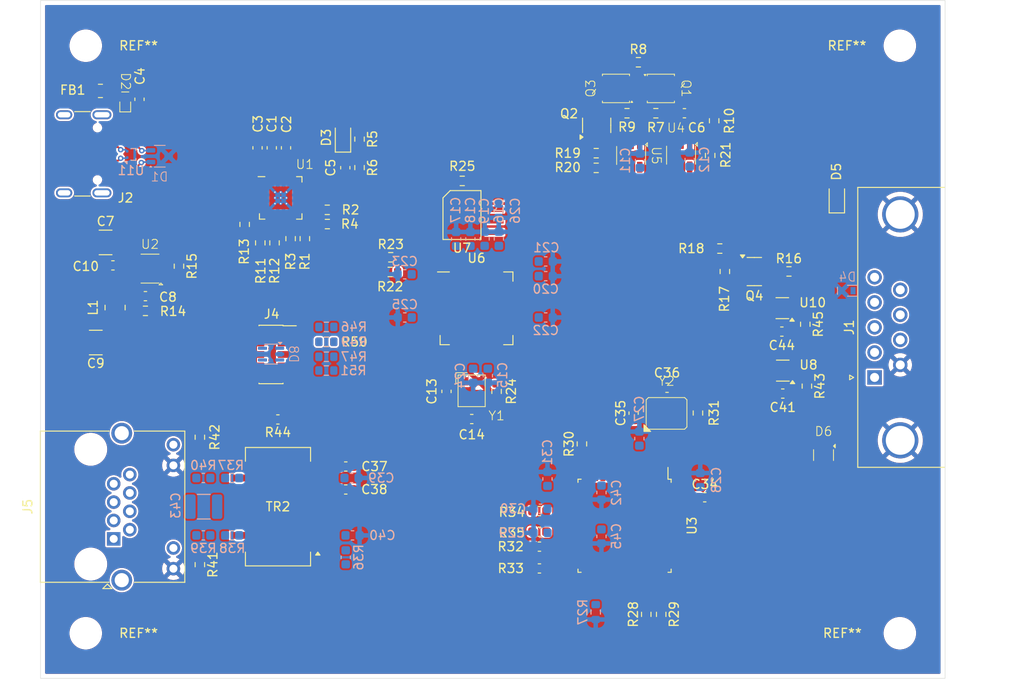
<source format=kicad_pcb>
(kicad_pcb
	(version 20241229)
	(generator "pcbnew")
	(generator_version "9.0")
	(general
		(thickness 1.6)
		(legacy_teardrops no)
	)
	(paper "A4")
	(layers
		(0 "F.Cu" signal)
		(2 "B.Cu" signal)
		(9 "F.Adhes" user "F.Adhesive")
		(11 "B.Adhes" user "B.Adhesive")
		(13 "F.Paste" user)
		(15 "B.Paste" user)
		(5 "F.SilkS" user "F.Silkscreen")
		(7 "B.SilkS" user "B.Silkscreen")
		(1 "F.Mask" user)
		(3 "B.Mask" user)
		(17 "Dwgs.User" user "User.Drawings")
		(19 "Cmts.User" user "User.Comments")
		(21 "Eco1.User" user "User.Eco1")
		(23 "Eco2.User" user "User.Eco2")
		(25 "Edge.Cuts" user)
		(27 "Margin" user)
		(31 "F.CrtYd" user "F.Courtyard")
		(29 "B.CrtYd" user "B.Courtyard")
		(35 "F.Fab" user)
		(33 "B.Fab" user)
		(39 "User.1" user)
		(41 "User.2" user)
		(43 "User.3" user)
		(45 "User.4" user)
	)
	(setup
		(pad_to_mask_clearance 0)
		(allow_soldermask_bridges_in_footprints no)
		(tenting front back)
		(pcbplotparams
			(layerselection 0x00000000_00000000_55555555_5755f5ff)
			(plot_on_all_layers_selection 0x00000000_00000000_00000000_00000000)
			(disableapertmacros no)
			(usegerberextensions no)
			(usegerberattributes yes)
			(usegerberadvancedattributes yes)
			(creategerberjobfile yes)
			(dashed_line_dash_ratio 12.000000)
			(dashed_line_gap_ratio 3.000000)
			(svgprecision 4)
			(plotframeref no)
			(mode 1)
			(useauxorigin no)
			(hpglpennumber 1)
			(hpglpenspeed 20)
			(hpglpendiameter 15.000000)
			(pdf_front_fp_property_popups yes)
			(pdf_back_fp_property_popups yes)
			(pdf_metadata yes)
			(pdf_single_document no)
			(dxfpolygonmode yes)
			(dxfimperialunits yes)
			(dxfusepcbnewfont yes)
			(psnegative no)
			(psa4output no)
			(plot_black_and_white yes)
			(sketchpadsonfab no)
			(plotpadnumbers no)
			(hidednponfab no)
			(sketchdnponfab yes)
			(crossoutdnponfab yes)
			(subtractmaskfromsilk no)
			(outputformat 1)
			(mirror no)
			(drillshape 1)
			(scaleselection 1)
			(outputdirectory "")
		)
	)
	(net 0 "")
	(net 1 "/Power/2v7")
	(net 2 "GND")
	(net 3 "Net-(U1-VREG_1V2)")
	(net 4 "Net-(U1-VDD)")
	(net 5 "/Power/Vbus")
	(net 6 "Net-(D3-K)")
	(net 7 "Net-(C6-Pad1)")
	(net 8 "+VDC")
	(net 9 "Net-(U2-CB)")
	(net 10 "Net-(U2-SW)")
	(net 11 "+3V3")
	(net 12 "Net-(U6-Xin)")
	(net 13 "Net-(C14-Pad2)")
	(net 14 "+1V1")
	(net 15 "Net-(U3-Vcap)")
	(net 16 "Net-(U3-OSC1)")
	(net 17 "Net-(C36-Pad1)")
	(net 18 "MAG_IN+")
	(net 19 "TPIN+")
	(net 20 "MAG_IN-")
	(net 21 "TPIN-")
	(net 22 "MAG_IN_Center")
	(net 23 "MAG_OUT_Center")
	(net 24 "Net-(C43-Pad2)")
	(net 25 "GNDPWR")
	(net 26 "/Power/CC2")
	(net 27 "/Power/CC1")
	(net 28 "Net-(D5-K)")
	(net 29 "DATA_LED")
	(net 30 "sense_2_proc")
	(net 31 "sense_1_proc")
	(net 32 "CLK_LED")
	(net 33 "/P3")
	(net 34 "/P4")
	(net 35 "/P2")
	(net 36 "/P1")
	(net 37 "Net-(J2-SHIELD)")
	(net 38 "Net-(U11-D+)")
	(net 39 "Net-(U11-D-)")
	(net 40 "RX+")
	(net 41 "TX-")
	(net 42 "Net-(J5-Pad10)")
	(net 43 "Net-(J5-Pad7)")
	(net 44 "Net-(J5-Pad4)")
	(net 45 "RX-")
	(net 46 "Net-(J5-Pad12)")
	(net 47 "TX+")
	(net 48 "Net-(Q1-Pad4)")
	(net 49 "Net-(Q2-G)")
	(net 50 "Net-(Q2-D)")
	(net 51 "Net-(Q4-D)")
	(net 52 "Net-(Q4-G)")
	(net 53 "Net-(U1-ADDR0)")
	(net 54 "Net-(U1-ADDR1)")
	(net 55 "Net-(U1-VBUS_VS_DISCH)")
	(net 56 "/Power/DISCH")
	(net 57 "SCL")
	(net 58 "SDA")
	(net 59 "RESET")
	(net 60 "Net-(U2-FB)")
	(net 61 "Discharge")
	(net 62 "Net-(R20-Pad2)")
	(net 63 "Net-(U1-VBUS_EN_SNK)")
	(net 64 "D-")
	(net 65 "D+")
	(net 66 "Net-(U6-Xout)")
	(net 67 "Net-(U6-QSPI_SS_N)")
	(net 68 "~{INT}")
	(net 69 "Net-(U3-PSPCFG0)")
	(net 70 "Net-(U3-Rbias)")
	(net 71 "Net-(U3-OSC2)")
	(net 72 "MAG_OUT+")
	(net 73 "MAG_OUT-")
	(net 74 "Net-(TR2-C_RX)")
	(net 75 "Net-(TR2-C_TX)")
	(net 76 "LED_B")
	(net 77 "LED_A")
	(net 78 "Net-(U6-SWCLK)")
	(net 79 "unconnected-(U1-POWER_OK3-Pad14)")
	(net 80 "unconnected-(U1-A_B_SIDE-Pad17)")
	(net 81 "unconnected-(U1-POWER_OK2-Pad20)")
	(net 82 "ALERT")
	(net 83 "unconnected-(U1-NC-Pad3)")
	(net 84 "unconnected-(U1-Attach-Pad11)")
	(net 85 "unconnected-(U1-GPIO-Pad15)")
	(net 86 "Net-(U3-SI{slash}RD{slash}R~{W})")
	(net 87 "Net-(U3-AD3)")
	(net 88 "Net-(U3-AD12)")
	(net 89 "Net-(U3-AD14)")
	(net 90 "Net-(U3-AD10)")
	(net 91 "Net-(U3-~{CS}{slash}CS)")
	(net 92 "Net-(U3-SO{slash}WR{slash}EN)")
	(net 93 "Net-(U3-AD5)")
	(net 94 "Net-(U3-AD9)")
	(net 95 "Net-(U3-AD4)")
	(net 96 "unconnected-(U3-CLKOUT-Pad23)")
	(net 97 "Net-(U3-SCK{slash}AL)")
	(net 98 "Net-(U3-AD2)")
	(net 99 "Net-(U3-AD11)")
	(net 100 "Net-(U3-AD8)")
	(net 101 "Net-(U3-AD13)")
	(net 102 "Net-(U3-AD1)")
	(net 103 "Net-(U3-AD0)")
	(net 104 "Net-(U3-AD6)")
	(net 105 "Net-(U3-AD7)")
	(net 106 "Net-(U4-Pad4)")
	(net 107 "Enable")
	(net 108 "Net-(U6-QSPI_SD2)")
	(net 109 "Net-(U6-QSPI_SD1)")
	(net 110 "MEAS_1")
	(net 111 "MEAS_2")
	(net 112 "Net-(U6-QSPI_SD3)")
	(net 113 "Net-(U6-QSPI_SCLK)")
	(net 114 "Net-(U6-QSPI_SD0)")
	(footprint "Resistor_SMD:R_0603_1608Metric" (layer "F.Cu") (at 114.5662 87.7702 -90))
	(footprint "Capacitor_SMD:C_0603_1608Metric" (layer "F.Cu") (at 161.2632 105.8422 180))
	(footprint "Resistor_SMD:R_0603_1608Metric" (layer "F.Cu") (at 116.2934 89.8144 90))
	(footprint "Capacitor_SMD:C_1210_3225Metric" (layer "F.Cu") (at 98.1072 100.8384 180))
	(footprint "Capacitor_SMD:C_0603_1608Metric" (layer "F.Cu") (at 147.1538 123.4186 180))
	(footprint "Package_TO_SOT_SMD:SOT-23-3" (layer "F.Cu") (at 170.9123 92.987))
	(footprint "Pyllr_Package_DFN_QFN:QFN-56_1EP_7.75x7.75mm_P0.4mm_3.2x3.2mm" (layer "F.Cu") (at 140.2 97.0549))
	(footprint "Resistor_SMD:R_0603_1608Metric" (layer "F.Cu") (at 127.2662 81.484 -90))
	(footprint "Capacitor_SMD:C_0603_1608Metric" (layer "F.Cu") (at 139.6728 109.3035))
	(footprint "Capacitor_SMD:C_0603_1608Metric" (layer "F.Cu") (at 136.8788 106.2425 90))
	(footprint "Capacitor_SMD:C_0603_1608Metric" (layer "F.Cu") (at 125.7442 114.5544 180))
	(footprint "Resistor_SMD:R_0603_1608Metric" (layer "F.Cu") (at 167.6549 92.9806 -90))
	(footprint "Pyllr_Package_Crystal:CFPX-180" (layer "F.Cu") (at 161.2072 108.6752))
	(footprint "Resistor_SMD:R_0603_1608Metric" (layer "F.Cu") (at 156.8348 75.468))
	(footprint "Package_TO_SOT_SMD:SOT-23-3" (layer "F.Cu") (at 153.482 76.8087 90))
	(footprint "Resistor_SMD:R_0603_1608Metric" (layer "F.Cu") (at 158.0926 69.8292))
	(footprint "Connector_Dsub:DSUB-9_Pins_Horizontal_P2.77x2.84mm_EdgePinOffset4.94mm_Housed_MountingHolesOffset4.94mm" (layer "F.Cu") (at 184.2068 104.6988 90))
	(footprint "Pyllr_Package_SO:SOIC-8_5.28x5.28mm_P1.27mm" (layer "F.Cu") (at 138.5913 86.7329))
	(footprint "Capacitor_SMD:C_0603_1608Metric" (layer "F.Cu") (at 117.5634 79.2988 90))
	(footprint "Package_TO_SOT_SMD:SOT-353_SC-70-5" (layer "F.Cu") (at 174.0572 103.9446 180))
	(footprint "Resistor_SMD:R_0603_1608Metric" (layer "F.Cu") (at 103.5954 97.3332))
	(footprint "Capacitor_SMD:C_0603_1608Metric" (layer "F.Cu") (at 147.1538 125.8316))
	(footprint "Capacitor_SMD:C_0603_1608Metric" (layer "F.Cu") (at 147.1408 119.4816 180))
	(footprint "Capacitor_SMD:C_0603_1608Metric" (layer "F.Cu") (at 174.0572 106.4846))
	(footprint "Capacitor_SMD:C_0603_1608Metric" (layer "F.Cu") (at 157.5672 108.6492 90))
	(footprint "Package_TO_SOT_SMD:SOT-353_SC-70-5" (layer "F.Cu") (at 174.0064 97.0358 180))
	(footprint "Resistor_SMD:R_0603_1608Metric" (layer "F.Cu") (at 167.0961 90.4406 180))
	(footprint "Resistor_SMD:R_0603_1608Metric" (layer "F.Cu") (at 117.8682 89.8144 90))
	(footprint "Capacitor_SMD:C_0603_1608Metric" (layer "F.Cu") (at 115.9886 79.2988 90))
	(footprint "Resistor_SMD:R_0603_1608Metric" (layer "F.Cu") (at 166.0296 80.1416 90))
	(footprint "Diode_SMD:D_SOD-323" (layer "F.Cu") (at 125.4374 78.1602 90))
	(footprint "Capacitor_SMD:C_0603_1608Metric" (layer "F.Cu") (at 125.6914 81.4962 -90))
	(footprint "Capacitor_SMD:C_0603_1608Metric" (layer "F.Cu") (at 163.1856 75.468))
	(footprint "Capacitor_SMD:C_0603_1608Metric" (layer "F.Cu") (at 103.5954 95.7076 180))
	(footprint "Resistor_SMD:R_0603_1608Metric" (layer "F.Cu") (at 158.9648 130.9116 90))
	(footprint "Pyllr_Package_TO_SOT_SMD:SOT23-5_2.6W" (layer "F.Cu") (at 157.292 80.1416 -90))
	(footprint "Resistor_SMD:R_0805_2012Metric" (layer "F.Cu") (at 98.6206 73))
	(footprint "Resistor_SMD:R_0603_1608Metric" (layer "F.Cu") (at 160.6158 130.9116 -90))
	(footprint "Pyllr_Package_SON:PowerDI3333-8-UX" (layer "F.Cu") (at 155.6156 72.7248 90))
	(footprint "Resistor_SMD:R_0603_1608Metric"
		(layer "F.Cu")
		(uuid "65ab861e-7e70-493f-b6e0-3d6286a80b14")
		(at 151.8528 112.0526 90)
		(descr "Resistor SMD 0603 (1608 Metric), square (rectangular) end terminal, IPC-7351 nominal, (Body size source: IPC-SM-782 page 72, https://www.pcb-3d.com/wordpress/wp-content/uploads/ipc-sm-782a_amendment_1_and_2.pdf), generated with kicad-footprint-generator")
		(tags "resistor")
		(property "Reference" "R30"
			(at 0 -1.43 90)
			(layer "F.SilkS")
			(uuid "cd2b975a-23a5-4514-ad65-a8b62abcb14a")
			(effects
				(font
					(size 1 1)
					(thickness 0.15)
				)
			)
		)
		(property "Value" "12k4"
			(at 0 1.43 90)
			(layer "F.Fab")
			(uuid "4f9138fe-37ff-48d9-a55d-594fdc512ea2")
			(effects
				(font
					(size 1 1)
					(thickness 0.15)
				)
			)
		)
		(property "Datasheet" ""
			(at 0 0 90)
			(layer "F.Fab")
			(hide yes)
			(uuid "845076eb-afe8-4a2f-8832-dd907fc7ab87")
			(effects
				(font
					(size 1.27 1.27)
					(thickness 0.15)
				)
			)
		)
		(property "Description" "Resistor"
			(at 0 0 90)
			(layer "F.Fab")
			(hide yes)
			(uuid "a68ec99f-a8f3-4951-8156-6b3939cb675d")
			(effects
				(font
					(size 1.27 1.27)
					(thickness 0.15)
				)
			)
		)
		(property ki_fp_filters "R_*")
		(path "/d849fe79-2ff9-43aa-8f70-e5a9697e72af")
		(sheetname "/")
		(sheetfile "Ethy.kicad_sch")
		(attr smd)
		(fp_line
			(start -0.237258 -0.5225)
			(end 0.237258 -0.5225)
			(stroke
				(width 0.12)
				(type solid)
			)
			(layer "F.SilkS")
			(uuid "23849b68-89d8-48d8-802d-d8f5805e31a6")
		)
		(fp_line
			(start -0.237258 0.5225)
			(end 0.237258 0.5225)
			(stroke
				(width 0.12)
				(type solid)
			)
			(layer "F.SilkS")
			(uuid "2336050c-b592-4df4-8f3e-1262e7eefc7b")
		)
		(fp_line
			(start 1.48 -0.73)
			(end 1.48 0.73)
			(stroke
				(width 0.05)
				(type solid)
			)
			(layer "F.CrtYd")
			(uuid "c8a3ad16-575f-409c-acd3-53df76ae29a4")
		)
		(fp_line
			(start -1.48 -0.73)
			(end 1.48 -0.73)
			(stroke
				(width 0.05)
				(type solid)
			)
			(layer "F.CrtYd")
			(uuid "5c9b7b6e-a26f-4a12-96a7-4ee636968ccf")
		)
		(fp_line
			(start 1.48 0.73)
			(end -1.48 0.73)
			(stroke
				(width 0.05)
				(type solid)
			)
			(layer "F.CrtYd")
			(uuid "0ec992e4-cacd-4f41-a497-ef258688c383")
		)
		(fp_line
			(start -1.48 0.73)
			(end -1.48 -0.73)
			(stroke
				(width 0.05)
				(type solid)
			)
			(layer "F.CrtYd")
			(uuid "9d61419e-e874-4ab3-b5e2-d03aee2a1266")
		)
		(fp_line
			(start 0.8 -0.4125)
			(end 0.8 0.4125)
			(stroke
				(width 0.1)
				(type solid)
			)
			(layer "F.Fab")
			(uuid "59184cb9-99c5-4f8c-a0fa-81da8df6d3b2")
		)
		(fp_line
			(start -0.8 -0.4125)
			(end 0.8 -0.4125)
			(stroke
				(width 0.1)
				(type solid)
			)
			(layer "F.Fab")
			(uuid "5f72b8ee-074c-4189-8404-89f9c60031aa")
		)
		(fp_line
			(start 0.8 0.4125)
			(end -0.8 0.4125)
			(stroke
				(width 0.1)
				(type solid)
			)
			(layer "F.Fab")
			(uuid "6c1edc92-09c5-47de-9b2a-8c6f43007afb")
		)
		(fp_line
			(start -0.8 0.4125)
			(end -0.8 -0.4125)
			(stroke
				(width 0.1)
				(type solid)
			)
			(layer "F.Fab")
			(uuid "96fa2f5c-27b9-431b-a48c-1ee848a2bcb7")
		)
		(fp_text user "${REFERENCE}"
			(at 0 0 90)
			(layer "F.Fab")
			(uuid "2c695d80-4a8f-40f6-9353-5478c88fb62c")
			(effects
				(font
					(size 0.4 0.4)
					(thickness 0.06)
				)
			)
		)
		(pad "1" smd roundrect
			(at -0.825 0 90)
			(size 0.8 0.95)
			(layers "F.Cu" "F.Mask" "F.Paste")
			(roundrect_rratio 0.25)
			(net 70 "Net-(U3-Rbias)")
			(pintype "pa
... [985596 chars truncated]
</source>
